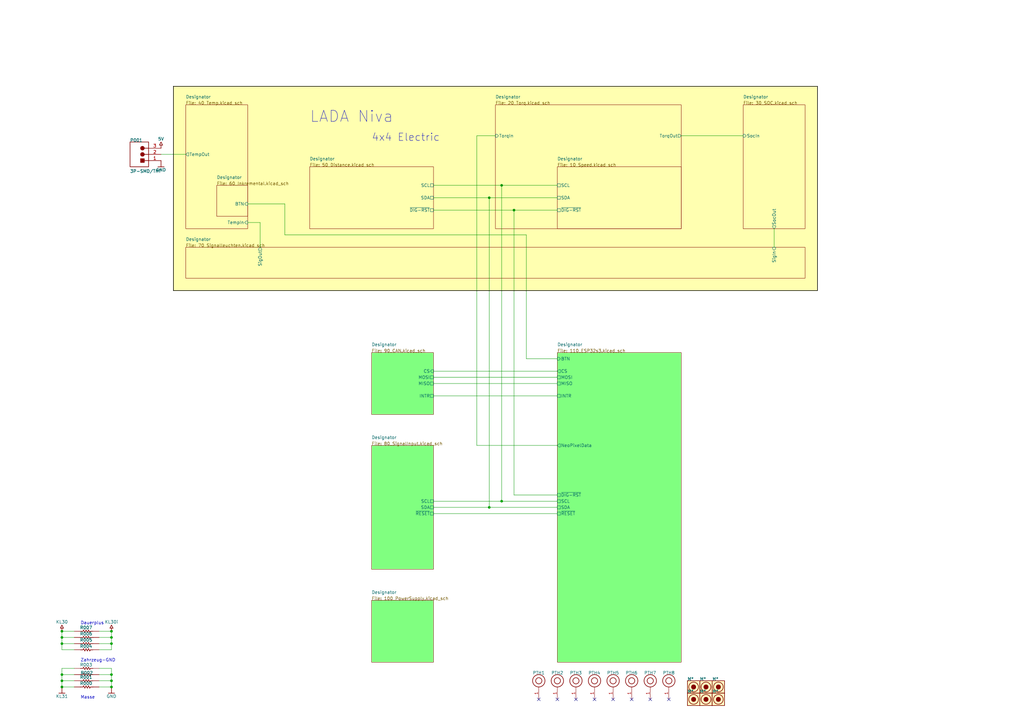
<source format=kicad_sch>
(kicad_sch (version 20231120) (generator "eeschema") (generator_version "8.0")
  (paper "A3")
  (lib_symbols
    (symbol "Speedometer_Tech-altium-import:5V_ARROW" (power)
      (property "Reference" "#PWR" (at 0 0 0))
      (property "Value" "5V" (at 0 3.81 0))
      (symbol "5V_ARROW_0_0"
        (polyline (pts (xy 0 0) (xy 0 -1.27)) (stroke (width 0.254)))
        (polyline (pts (xy -0.635 -1.27) (xy 0.635 -1.27) (xy 0 -2.54) (xy -0.635 -1.27)) (stroke (width 0.254)))
        (pin power_in line (at 0 0 0) (length 0) hide (name "5V") (number ""))
      )
    )
    (symbol "Speedometer_Tech-altium-import:GND_BAR" (power)
      (property "Reference" "#PWR" (at 0 0 0))
      (property "Value" "GND" (at 0 3.81 0))
      (symbol "GND_BAR_0_0"
        (polyline (pts (xy -1.27 -2.54) (xy 1.27 -2.54)) (stroke (width 0.254)))
        (polyline (pts (xy 0 0) (xy 0 -2.54)) (stroke (width 0.254)))
        (pin power_in line (at 0 0 0) (length 0) hide (name "GND") (number ""))
      )
    )
    (symbol "Speedometer_Tech-altium-import:KL30_ARROW" (power)
      (property "Reference" "#PWR" (at 0 0 0))
      (property "Value" "KL30" (at 0 3.81 0))
      (symbol "KL30_ARROW_0_0"
        (polyline (pts (xy 0 0) (xy 0 -1.27)) (stroke (width 0.254)))
        (polyline (pts (xy -0.635 -1.27) (xy 0.635 -1.27) (xy 0 -2.54) (xy -0.635 -1.27)) (stroke (width 0.254)))
        (pin power_in line (at 0 0 0) (length 0) hide (name "KL30") (number ""))
      )
    )
    (symbol "Speedometer_Tech-altium-import:KL30i_ARROW" (power)
      (property "Reference" "#PWR" (at 0 0 0))
      (property "Value" "KL30i" (at 0 3.81 0))
      (symbol "KL30i_ARROW_0_0"
        (polyline (pts (xy 0 0) (xy 0 -1.27)) (stroke (width 0.254)))
        (polyline (pts (xy -0.635 -1.27) (xy 0.635 -1.27) (xy 0 -2.54) (xy -0.635 -1.27)) (stroke (width 0.254)))
        (pin power_in line (at 0 0 0) (length 0) hide (name "KL30i") (number ""))
      )
    )
    (symbol "Speedometer_Tech-altium-import:KL31_BAR" (power)
      (property "Reference" "#PWR" (at 0 0 0))
      (property "Value" "KL31" (at 0 3.81 0))
      (symbol "KL31_BAR_0_0"
        (polyline (pts (xy -1.27 -2.54) (xy 1.27 -2.54)) (stroke (width 0.254)))
        (polyline (pts (xy 0 0) (xy 0 -2.54)) (stroke (width 0.254)))
        (pin power_in line (at 0 0 0) (length 0) hide (name "KL31") (number ""))
      )
    )
    (symbol "Speedometer_Tech-altium-import:root_0_PTH-M4D7X7-Symbol-1"
      (symbol "root_0_PTH-M4D7X7-Symbol-1_1_0"
        (circle (center 0 0) (radius 1.27) (stroke (width 0.254)))
        (circle (center 0 0) (radius 2.54) (stroke (width 0.254)))
        (pin passive line (at 0 -7.62 90) (length 5.08) (name "1") (number "1"))
      )
    )
    (symbol "Speedometer_Tech-altium-import:root_0_Passermarke-Symbol-1"
      (symbol "root_0_Passermarke-Symbol-1_1_0"
        (circle (center 0 0) (radius 1) (stroke (width -0.0001)) (fill (type outline)))
        (circle (center 0 0) (radius 2) (stroke (width 0.254)))
        (rectangle (start 2.54 2.54) (end -2.54 -2.54) (stroke (width 0.254) (color 128 0 0 1)) (fill (type background)))
      )
    )
    (symbol "Speedometer_Tech-altium-import:root_0_RES-2"
      (symbol "root_0_RES-2_1_0"
        (polyline (pts (xy 5.08 0) (xy 4.064 0) (xy 3.81 -0.508) (xy 3.302 0.508) (xy 2.794 -0.508) (xy 2.286 0.508) (xy 1.778 -0.508) (xy 1.27 0.508) (xy 1.016 0) (xy 0 0)) (stroke (width 0.254)))
        (pin passive line (at -2.54 0 0) (length 2.54) (name "1") (number "1"))
        (pin passive line (at 7.62 0 180) (length 2.54) (name "2") (number "2"))
      )
    )
    (symbol "Speedometer_Tech-altium-import:root_2_3P-SMD/THT"
      (symbol "root_2_3P-SMD/THT_1_0"
        (circle (center -7.62 2.54) (radius 0.762) (stroke (width 0.254)) (fill (type outline)))
        (circle (center -7.62 5.08) (radius 0.762) (stroke (width 0.254)) (fill (type outline)))
        (rectangle (start -6.858 0.762) (end -8.382 -0.762) (stroke (width 0.254)) (fill (type outline)))
        (rectangle (start -5.08 7.62) (end -12.7 -2.54) (stroke (width 0.254)))
        (polyline (pts (xy -5.08 0) (xy -6.858 0)) (stroke (width 0.254)))
        (polyline (pts (xy -5.08 2.54) (xy -6.858 2.54)) (stroke (width 0.254)))
        (polyline (pts (xy -5.08 5.08) (xy -6.858 5.08)) (stroke (width 0.254)))
        (pin passive line (at 0 0 180) (length 5.08) (name "1") (number "1"))
        (pin passive line (at 0 2.54 180) (length 5.08) (name "2") (number "2"))
        (pin passive line (at 0 5.08 180) (length 5.08) (name "3") (number "3"))
      )
    )
  )
  (junction (at 205.74 76.0222))
  (junction (at 25.4 258.9022))
  (junction (at 200.66 81.1022))
  (junction (at 210.82 86.1822))
  (junction (at 45.72 261.4422))
  (junction (at 45.72 276.6822))
  (junction (at 25.4 263.9822))
  (junction (at 45.72 279.2222))
  (junction (at 45.72 263.9822))
  (junction (at 25.4 276.6822))
  (junction (at 25.4 261.4422))
  (junction (at 45.72 258.9022))
  (junction (at 25.4 279.2222))
  (junction (at 205.74 205.5622))
  (junction (at 25.4 281.7622))
  (junction (at 200.66 208.1022))
  (junction (at 45.72 281.7622))
  (no_connect (at 220.98 286.8422))
  (no_connect (at 266.7 286.8422))
  (no_connect (at 251.46 286.8422))
  (no_connect (at 236.22 286.8422))
  (no_connect (at 274.32 286.8422))
  (no_connect (at 243.84 286.8422))
  (no_connect (at 259.08 286.8422))
  (no_connect (at 228.6 286.8422))
  (wire (pts (xy 177.8 205.5622) (xy 205.74 205.5622)))
  (wire (pts (xy 195.58 182.7022) (xy 195.58 55.7022)))
  (wire (pts (xy 228.6 182.7022) (xy 195.58 182.7022)))
  (wire (pts (xy 30.48 263.9822) (xy 25.4 263.9822)))
  (wire (pts (xy 177.8 154.7622) (xy 228.6 154.7622)))
  (wire (pts (xy 205.74 205.5622) (xy 228.6 205.5622)))
  (wire (pts (xy 45.72 274.1422) (xy 45.72 276.6822)))
  (wire (pts (xy 25.4 281.7622) (xy 30.48 281.7622)))
  (wire (pts (xy 116.84 83.6422) (xy 116.84 96.3422)))
  (wire (pts (xy 25.4 266.5222) (xy 25.4 263.9822)))
  (wire (pts (xy 195.58 55.7022) (xy 203.2 55.7022)))
  (wire (pts (xy 177.8 86.1822) (xy 210.82 86.1822)))
  (wire (pts (xy 30.48 279.2222) (xy 25.4 279.2222)))
  (wire (pts (xy 215.9 96.3422) (xy 215.9 147.1422)))
  (wire (pts (xy 101.6 83.6422) (xy 116.84 83.6422)))
  (wire (pts (xy 200.66 208.1022) (xy 228.6 208.1022)))
  (wire (pts (xy 45.72 279.2222) (xy 45.72 281.7622)))
  (wire (pts (xy 200.66 81.1022) (xy 228.6 81.1022)))
  (wire (pts (xy 177.8 152.2222) (xy 228.6 152.2222)))
  (wire (pts (xy 101.6 91.2622) (xy 106.68 91.2622)))
  (wire (pts (xy 40.64 274.1422) (xy 45.72 274.1422)))
  (wire (pts (xy 210.82 203.0222) (xy 210.82 86.1822)))
  (wire (pts (xy 228.6 203.0222) (xy 210.82 203.0222)))
  (wire (pts (xy 106.68 91.2622) (xy 106.68 101.4222)))
  (wire (pts (xy 40.64 276.6822) (xy 45.72 276.6822)))
  (wire (pts (xy 45.72 276.6822) (xy 45.72 279.2222)))
  (wire (pts (xy 279.4 55.7022) (xy 304.8 55.7022)))
  (wire (pts (xy 76.2 63.3222) (xy 66.04 63.3222)))
  (wire (pts (xy 200.66 81.1022) (xy 200.66 208.1022)))
  (wire (pts (xy 30.48 274.1422) (xy 25.4 274.1422)))
  (wire (pts (xy 45.72 263.9822) (xy 45.72 261.4422)))
  (wire (pts (xy 40.64 266.5222) (xy 45.72 266.5222)))
  (wire (pts (xy 25.4 279.2222) (xy 25.4 281.7622)))
  (wire (pts (xy 177.8 208.1022) (xy 200.66 208.1022)))
  (wire (pts (xy 30.48 266.5222) (xy 25.4 266.5222)))
  (wire (pts (xy 215.9 147.1422) (xy 228.6 147.1422)))
  (wire (pts (xy 317.5 93.8022) (xy 317.5 101.4222)))
  (wire (pts (xy 40.64 281.7622) (xy 45.72 281.7622)))
  (wire (pts (xy 25.4 274.1422) (xy 25.4 276.6822)))
  (wire (pts (xy 116.84 96.3422) (xy 215.9 96.3422)))
  (wire (pts (xy 40.64 258.9022) (xy 45.72 258.9022)))
  (wire (pts (xy 25.4 261.4422) (xy 25.4 258.9022)))
  (wire (pts (xy 40.64 279.2222) (xy 45.72 279.2222)))
  (wire (pts (xy 177.8 81.1022) (xy 200.66 81.1022)))
  (wire (pts (xy 25.4 258.9022) (xy 30.48 258.9022)))
  (wire (pts (xy 228.6 157.3022) (xy 177.8 157.3022)))
  (wire (pts (xy 40.64 261.4422) (xy 45.72 261.4422)))
  (wire (pts (xy 30.48 261.4422) (xy 25.4 261.4422)))
  (wire (pts (xy 25.4 263.9822) (xy 25.4 261.4422)))
  (wire (pts (xy 30.48 276.6822) (xy 25.4 276.6822)))
  (wire (pts (xy 25.4 276.6822) (xy 25.4 279.2222)))
  (wire (pts (xy 210.82 86.1822) (xy 228.6 86.1822)))
  (wire (pts (xy 205.74 76.0222) (xy 228.6 76.0222)))
  (wire (pts (xy 177.8 162.3822) (xy 228.6 162.3822)))
  (wire (pts (xy 205.74 205.5622) (xy 205.74 76.0222)))
  (wire (pts (xy 45.72 266.5222) (xy 45.72 263.9822)))
  (wire (pts (xy 228.6 210.6422) (xy 177.8 210.6422)))
  (wire (pts (xy 40.64 263.9822) (xy 45.72 263.9822)))
  (wire (pts (xy 45.72 261.4422) (xy 45.72 258.9022)))
  (wire (pts (xy 177.8 76.0222) (xy 205.74 76.0222)))
  (rectangle (start 335.28 35.3822) (end 71.12 119.2022) (stroke (width 0.254) (color 0 0 0 1)) (fill (type color) (color 255 255 176 1)))
  (text "LADA Niva" (at 127 50.6222 0) (effects (font (size 4.572 4.572)) (justify left bottom)))
  (text "Masse" (at 33.02 286.8422 0) (effects (font (size 1.27 1.27)) (justify left bottom)))
  (text "4x4 Electric" (at 152.4 58.2422 0) (effects (font (size 3.048 3.048)) (justify left bottom)))
  (text "Dauerplus" (at 33.02 256.3622 0) (effects (font (size 1.27 1.27)) (justify left bottom)))
  (text "Zahrzeug-GND" (at 33.02 271.6022 0) (effects (font (size 1.27 1.27)) (justify left bottom)))
  (symbol (lib_id "Speedometer_Tech-altium-import:root_0_PTH-M4D7X7-Symbol-1") (at 259.08 279.2222 0) (unit 1)
    (property "Reference" "PTH6" (at 256.54 276.6822 0) (effects (justify left bottom)))
    (property "Value" "PTH-M4D7X7" (effects (hide yes)))
    (property "Footprint" "PTH-M4D7X7-Footprint-1" (effects (hide yes)))
    (property "Description" "Mounting hole M4" (effects (hide yes)))
  )
  (symbol (lib_id "Speedometer_Tech-altium-import:root_2_3P-SMD/THT") (at 66.04 65.8622 0) (unit 1)
    (property "Reference" "P001" (at 53.34 58.2422 0) (effects (justify left bottom)))
    (property "Value" "3P-SMD/THT" (at 53.34 70.9422 0) (effects (justify left bottom)))
    (property "Footprint" "3P-SMD/THT" (effects (hide yes)))
  )
  (symbol (lib_id "Speedometer_Tech-altium-import:root_0_PTH-M4D7X7-Symbol-1") (at 220.98 279.2222 0) (unit 1)
    (property "Reference" "PTH1" (at 218.44 276.6822 0) (effects (justify left bottom)))
    (property "Value" "PTH-M4D7X7" (effects (hide yes)))
    (property "Footprint" "PTH-M4D7X7-Footprint-1" (effects (hide yes)))
    (property "Description" "Mounting hole M4" (effects (hide yes)))
  )
  (symbol (lib_id "Speedometer_Tech-altium-import:root_0_Passermarke-Symbol-1") (at 284.48 286.8422 0) (unit 1)
    (property "Reference" "M*" (at 281.94 284.3022 0) (effects (justify left bottom)))
    (property "Value" "Passermarke" (effects (hide yes)))
    (property "Footprint" "Passermarke-Footprint-1" (effects (hide yes)))
  )
  (symbol (lib_id "Speedometer_Tech-altium-import:KL30_ARROW") (at 25.4 258.9022 180) (unit 1)
    (property "Reference" "#PWR?" (effects (hide yes)))
    (property "Value" "KL30" (at 25.4 255.0922 0))
  )
  (symbol (lib_id "Speedometer_Tech-altium-import:GND_BAR") (at 66.04 65.8622 0) (unit 1)
    (property "Reference" "#PWR?" (effects (hide yes)))
    (property "Value" "GND" (at 66.04 69.6722 0))
  )
  (symbol (lib_id "Speedometer_Tech-altium-import:root_0_RES-2") (at 33.02 281.7622 0) (unit 1)
    (property "Reference" "R000" (at 32.766 281.0002 0) (effects (justify left bottom)))
    (property "Value" "RC0603JR-070RL" (effects (hide yes)))
    (property "Footprint" "RESC1608X55X25ML10T15" (effects (hide yes)))
    (property "Description" "Chip Resistor, 0 Ohm, +/- 5%, 0.1 W, -55 to 155 degC, 0603 (1608 Metric), RoHS, Tape and Reel" (effects (hide yes)))
    (property "TEMPERATURE COEFFICIENT" "200ppm/degreesC" (effects (hide yes)))
    (property "WIDTH" "0.8mm" (effects (hide yes)))
    (property "MAX OPERATING TEMPERATURE" "155degC" (effects (hide yes)))
    (property "TOLERANCE" "5%" (effects (hide yes)))
    (property "PACKAGE REFERENCE" "0603" (effects (hide yes)))
    (property "HEIGHT" "0.45mm" (effects (hide yes)))
    (property "DEPTH" "0.8mm" (effects (hide yes)))
    (property "PACKAGE DESCRIPTION" "2-Pin Surface Mount Device, Body 1.6 x 0.8 mm" (effects (hide yes)))
    (property "VOLTAGE RATING" "50V" (effects (hide yes)))
    (property "TERMINATION" "SMD/SMT" (effects (hide yes)))
    (property "PACKAGE QUANTITY" "5000" (effects (hide yes)))
    (property "CASE/PACKAGE" "0603" (effects (hide yes)))
    (property "CASE CODE (IMPERIAL)" "0603" (effects (hide yes)))
    (property "RADIATION HARDENING" "No" (effects (hide yes)))
    (property "NUMBER OF PINS" "2" (effects (hide yes)))
    (property "LENGTH" "1.6mm" (effects (hide yes)))
    (property "LEAD FREE" "LeadFree" (effects (hide yes)))
    (property "VOLTAGE RATING (DC)" "50V" (effects (hide yes)))
    (property "MILITARY STANDARD" "Not" (effects (hide yes)))
    (property "POWER RATING" "100mW" (effects (hide yes)))
    (property "DATASHEET URL" "http://www.yageo.com/NewPortal/yageodocoutput?fileName=/pdf/R-Chip/PYu-RC_Group_51_RoHS_L_5.pdf" (effects (hide yes)))
    (property "RESISTANCE" "0mOhm" (effects (hide yes)))
    (property "MANUFACTURER URL" "http://www.yageo.com/" (effects (hide yes)))
    (property "PACKAGING" "TapeandReel" (effects (hide yes)))
    (property "CASE CODE (METRIC)" "1608" (effects (hide yes)))
    (property "MIN OPERATING TEMPERATURE" "-55degC" (effects (hide yes)))
    (property "COMPOSITION" "ThickFilm" (effects (hide yes)))
    (property "MANUFACTURER" "Yageo" (effects (hide yes)))
    (property "ROHSCOMPLIANT" "true" (effects (hide yes)))
    (property "CONTACT PLATING" "Tin" (effects (hide yes)))
    (property "DATASHEET VERSION" "Rev. 5, 10/2016" (effects (hide yes)))
    (property "REACH SVHC" "NoSVHC" (effects (hide yes)))
  )
  (symbol (lib_id "Speedometer_Tech-altium-import:KL31_BAR") (at 25.4 281.7622 0) (unit 1)
    (property "Reference" "#PWR?" (effects (hide yes)))
    (property "Value" "KL31" (at 25.4 285.5722 0))
  )
  (symbol (lib_id "Speedometer_Tech-altium-import:root_0_RES-2") (at 33.02 266.5222 0) (unit 1)
    (property "Reference" "R004" (at 32.766 265.7602 0) (effects (justify left bottom)))
    (property "Value" "RC0603JR-070RL" (effects (hide yes)))
    (property "Footprint" "RESC1608X55X25ML10T15" (effects (hide yes)))
    (property "Description" "Chip Resistor, 0 Ohm, +/- 5%, 0.1 W, -55 to 155 degC, 0603 (1608 Metric), RoHS, Tape and Reel" (effects (hide yes)))
    (property "TEMPERATURE COEFFICIENT" "200ppm/degreesC" (effects (hide yes)))
    (property "WIDTH" "0.8mm" (effects (hide yes)))
    (property "MAX OPERATING TEMPERATURE" "155degC" (effects (hide yes)))
    (property "TOLERANCE" "5%" (effects (hide yes)))
    (property "PACKAGE REFERENCE" "0603" (effects (hide yes)))
    (property "HEIGHT" "0.45mm" (effects (hide yes)))
    (property "DEPTH" "0.8mm" (effects (hide yes)))
    (property "PACKAGE DESCRIPTION" "2-Pin Surface Mount Device, Body 1.6 x 0.8 mm" (effects (hide yes)))
    (property "VOLTAGE RATING" "50V" (effects (hide yes)))
    (property "TERMINATION" "SMD/SMT" (effects (hide yes)))
    (property "PACKAGE QUANTITY" "5000" (effects (hide yes)))
    (property "CASE/PACKAGE" "0603" (effects (hide yes)))
    (property "CASE CODE (IMPERIAL)" "0603" (effects (hide yes)))
    (property "RADIATION HARDENING" "No" (effects (hide yes)))
    (property "NUMBER OF PINS" "2" (effects (hide yes)))
    (property "LENGTH" "1.6mm" (effects (hide yes)))
    (property "LEAD FREE" "LeadFree" (effects (hide yes)))
    (property "VOLTAGE RATING (DC)" "50V" (effects (hide yes)))
    (property "MILITARY STANDARD" "Not" (effects (hide yes)))
    (property "POWER RATING" "100mW" (effects (hide yes)))
    (property "DATASHEET URL" "http://www.yageo.com/NewPortal/yageodocoutput?fileName=/pdf/R-Chip/PYu-RC_Group_51_RoHS_L_5.pdf" (effects (hide yes)))
    (property "RESISTANCE" "0mOhm" (effects (hide yes)))
    (property "MANUFACTURER URL" "http://www.yageo.com/" (effects (hide yes)))
    (property "PACKAGING" "TapeandReel" (effects (hide yes)))
    (property "CASE CODE (METRIC)" "1608" (effects (hide yes)))
    (property "MIN OPERATING TEMPERATURE" "-55degC" (effects (hide yes)))
    (property "COMPOSITION" "ThickFilm" (effects (hide yes)))
    (property "MANUFACTURER" "Yageo" (effects (hide yes)))
    (property "ROHSCOMPLIANT" "true" (effects (hide yes)))
    (property "CONTACT PLATING" "Tin" (effects (hide yes)))
    (property "DATASHEET VERSION" "Rev. 5, 10/2016" (effects (hide yes)))
    (property "REACH SVHC" "NoSVHC" (effects (hide yes)))
  )
  (symbol (lib_id "Speedometer_Tech-altium-import:root_0_PTH-M4D7X7-Symbol-1") (at 243.84 279.2222 0) (unit 1)
    (property "Reference" "PTH4" (at 241.3 276.6822 0) (effects (justify left bottom)))
    (property "Value" "PTH-M4D7X7" (effects (hide yes)))
    (property "Footprint" "PTH-M4D7X7-Footprint-1" (effects (hide yes)))
    (property "Description" "Mounting hole M4" (effects (hide yes)))
  )
  (symbol (lib_id "Speedometer_Tech-altium-import:root_0_PTH-M4D7X7-Symbol-1") (at 251.46 279.2222 0) (unit 1)
    (property "Reference" "PTH5" (at 248.92 276.6822 0) (effects (justify left bottom)))
    (property "Value" "PTH-M4D7X7" (effects (hide yes)))
    (property "Footprint" "PTH-M4D7X7-Footprint-1" (effects (hide yes)))
    (property "Description" "Mounting hole M4" (effects (hide yes)))
  )
  (symbol (lib_id "Speedometer_Tech-altium-import:root_0_PTH-M4D7X7-Symbol-1") (at 274.32 279.2222 0) (unit 1)
    (property "Reference" "PTH8" (at 271.78 276.6822 0) (effects (justify left bottom)))
    (property "Value" "PTH-M4D7X7" (effects (hide yes)))
    (property "Footprint" "PTH-M4D7X7-Footprint-1" (effects (hide yes)))
    (property "Description" "Mounting hole M4" (effects (hide yes)))
  )
  (symbol (lib_id "Speedometer_Tech-altium-import:GND_BAR") (at 45.72 281.7622 0) (unit 1)
    (property "Reference" "#PWR?" (effects (hide yes)))
    (property "Value" "GND" (at 45.72 285.5722 0))
  )
  (symbol (lib_id "Speedometer_Tech-altium-import:root_0_RES-2") (at 33.02 279.2222 0) (unit 1)
    (property "Reference" "R001" (at 32.766 278.4602 0) (effects (justify left bottom)))
    (property "Value" "RC0603JR-070RL" (effects (hide yes)))
    (property "Footprint" "RESC1608X55X25ML10T15" (effects (hide yes)))
    (property "Description" "Chip Resistor, 0 Ohm, +/- 5%, 0.1 W, -55 to 155 degC, 0603 (1608 Metric), RoHS, Tape and Reel" (effects (hide yes)))
    (property "TEMPERATURE COEFFICIENT" "200ppm/degreesC" (effects (hide yes)))
    (property "WIDTH" "0.8mm" (effects (hide yes)))
    (property "MAX OPERATING TEMPERATURE" "155degC" (effects (hide yes)))
    (property "TOLERANCE" "5%" (effects (hide yes)))
    (property "PACKAGE REFERENCE" "0603" (effects (hide yes)))
    (property "HEIGHT" "0.45mm" (effects (hide yes)))
    (property "DEPTH" "0.8mm" (effects (hide yes)))
    (property "PACKAGE DESCRIPTION" "2-Pin Surface Mount Device, Body 1.6 x 0.8 mm" (effects (hide yes)))
    (property "VOLTAGE RATING" "50V" (effects (hide yes)))
    (property "TERMINATION" "SMD/SMT" (effects (hide yes)))
    (property "PACKAGE QUANTITY" "5000" (effects (hide yes)))
    (property "CASE/PACKAGE" "0603" (effects (hide yes)))
    (property "CASE CODE (IMPERIAL)" "0603" (effects (hide yes)))
    (property "RADIATION HARDENING" "No" (effects (hide yes)))
    (property "NUMBER OF PINS" "2" (effects (hide yes)))
    (property "LENGTH" "1.6mm" (effects (hide yes)))
    (property "LEAD FREE" "LeadFree" (effects (hide yes)))
    (property "VOLTAGE RATING (DC)" "50V" (effects (hide yes)))
    (property "MILITARY STANDARD" "Not" (effects (hide yes)))
    (property "POWER RATING" "100mW" (effects (hide yes)))
    (property "DATASHEET URL" "http://www.yageo.com/NewPortal/yageodocoutput?fileName=/pdf/R-Chip/PYu-RC_Group_51_RoHS_L_5.pdf" (effects (hide yes)))
    (property "RESISTANCE" "0mOhm" (effects (hide yes)))
    (property "MANUFACTURER URL" "http://www.yageo.com/" (effects (hide yes)))
    (property "PACKAGING" "TapeandReel" (effects (hide yes)))
    (property "CASE CODE (METRIC)" "1608" (effects (hide yes)))
    (property "MIN OPERATING TEMPERATURE" "-55degC" (effects (hide yes)))
    (property "COMPOSITION" "ThickFilm" (effects (hide yes)))
    (property "MANUFACTURER" "Yageo" (effects (hide yes)))
    (property "ROHSCOMPLIANT" "true" (effects (hide yes)))
    (property "CONTACT PLATING" "Tin" (effects (hide yes)))
    (property "DATASHEET VERSION" "Rev. 5, 10/2016" (effects (hide yes)))
    (property "REACH SVHC" "NoSVHC" (effects (hide yes)))
  )
  (symbol (lib_id "Speedometer_Tech-altium-import:root_0_PTH-M4D7X7-Symbol-1") (at 228.6 279.2222 0) (unit 1)
    (property "Reference" "PTH2" (at 226.06 276.6822 0) (effects (justify left bottom)))
    (property "Value" "PTH-M4D7X7" (effects (hide yes)))
    (property "Footprint" "PTH-M4D7X7-Footprint-1" (effects (hide yes)))
    (property "Description" "Mounting hole M4" (effects (hide yes)))
  )
  (symbol (lib_id "Speedometer_Tech-altium-import:root_0_Passermarke-Symbol-1") (at 289.56 286.8422 0) (unit 1)
    (property "Reference" "M*" (at 287.02 284.3022 0) (effects (justify left bottom)))
    (property "Value" "Passermarke" (effects (hide yes)))
    (property "Footprint" "Passermarke-Footprint-1" (effects (hide yes)))
  )
  (symbol (lib_id "Speedometer_Tech-altium-import:root_0_PTH-M4D7X7-Symbol-1") (at 266.7 279.2222 0) (unit 1)
    (property "Reference" "PTH7" (at 264.16 276.6822 0) (effects (justify left bottom)))
    (property "Value" "PTH-M4D7X7" (effects (hide yes)))
    (property "Footprint" "PTH-M4D7X7-Footprint-1" (effects (hide yes)))
    (property "Description" "Mounting hole M4" (effects (hide yes)))
  )
  (symbol (lib_id "Speedometer_Tech-altium-import:root_0_RES-2") (at 33.02 261.4422 0) (unit 1)
    (property "Reference" "R006" (at 32.766 260.6802 0) (effects (justify left bottom)))
    (property "Value" "RC0603JR-070RL" (effects (hide yes)))
    (property "Footprint" "RESC1608X55X25ML10T15" (effects (hide yes)))
    (property "Description" "Chip Resistor, 0 Ohm, +/- 5%, 0.1 W, -55 to 155 degC, 0603 (1608 Metric), RoHS, Tape and Reel" (effects (hide yes)))
    (property "TEMPERATURE COEFFICIENT" "200ppm/degreesC" (effects (hide yes)))
    (property "WIDTH" "0.8mm" (effects (hide yes)))
    (property "MAX OPERATING TEMPERATURE" "155degC" (effects (hide yes)))
    (property "TOLERANCE" "5%" (effects (hide yes)))
    (property "PACKAGE REFERENCE" "0603" (effects (hide yes)))
    (property "HEIGHT" "0.45mm" (effects (hide yes)))
    (property "DEPTH" "0.8mm" (effects (hide yes)))
    (property "PACKAGE DESCRIPTION" "2-Pin Surface Mount Device, Body 1.6 x 0.8 mm" (effects (hide yes)))
    (property "VOLTAGE RATING" "50V" (effects (hide yes)))
    (property "TERMINATION" "SMD/SMT" (effects (hide yes)))
    (property "PACKAGE QUANTITY" "5000" (effects (hide yes)))
    (property "CASE/PACKAGE" "0603" (effects (hide yes)))
    (property "CASE CODE (IMPERIAL)" "0603" (effects (hide yes)))
    (property "RADIATION HARDENING" "No" (effects (hide yes)))
    (property "NUMBER OF PINS" "2" (effects (hide yes)))
    (property "LENGTH" "1.6mm" (effects (hide yes)))
    (property "LEAD FREE" "LeadFree" (effects (hide yes)))
    (property "VOLTAGE RATING (DC)" "50V" (effects (hide yes)))
    (property "MILITARY STANDARD" "Not" (effects (hide yes)))
    (property "POWER RATING" "100mW" (effects (hide yes)))
    (property "DATASHEET URL" "http://www.yageo.com/NewPortal/yageodocoutput?fileName=/pdf/R-Chip/PYu-RC_Group_51_RoHS_L_5.pdf" (effects (hide yes)))
    (property "RESISTANCE" "0mOhm" (effects (hide yes)))
    (property "MANUFACTURER URL" "http://www.yageo.com/" (effects (hide yes)))
    (property "PACKAGING" "TapeandReel" (effects (hide yes)))
    (property "CASE CODE (METRIC)" "1608" (effects (hide yes)))
    (property "MIN OPERATING TEMPERATURE" "-55degC" (effects (hide yes)))
    (property "COMPOSITION" "ThickFilm" (effects (hide yes)))
    (property "MANUFACTURER" "Yageo" (effects (hide yes)))
    (property "ROHSCOMPLIANT" "true" (effects (hide yes)))
    (property "CONTACT PLATING" "Tin" (effects (hide yes)))
    (property "DATASHEET VERSION" "Rev. 5, 10/2016" (effects (hide yes)))
    (property "REACH SVHC" "NoSVHC" (effects (hide yes)))
  )
  (symbol (lib_id "Speedometer_Tech-altium-import:root_0_Passermarke-Symbol-1") (at 294.64 281.7622 0) (unit 1)
    (property "Reference" "M*" (at 292.1 279.2222 0) (effects (justify left bottom)))
    (property "Value" "Passermarke" (effects (hide yes)))
    (property "Footprint" "Passermarke-Footprint-1" (effects (hide yes)))
  )
  (symbol (lib_id "Speedometer_Tech-altium-import:root_0_PTH-M4D7X7-Symbol-1") (at 236.22 279.2222 0) (unit 1)
    (property "Reference" "PTH3" (at 233.68 276.6822 0) (effects (justify left bottom)))
    (property "Value" "PTH-M4D7X7" (effects (hide yes)))
    (property "Footprint" "PTH-M4D7X7-Footprint-1" (effects (hide yes)))
    (property "Description" "Mounting hole M4" (effects (hide yes)))
  )
  (symbol (lib_id "Speedometer_Tech-altium-import:root_0_RES-2") (at 33.02 263.9822 0) (unit 1)
    (property "Reference" "R005" (at 32.766 263.2202 0) (effects (justify left bottom)))
    (property "Value" "RC0603JR-070RL" (effects (hide yes)))
    (property "Footprint" "RESC1608X55X25ML10T15" (effects (hide yes)))
    (property "Description" "Chip Resistor, 0 Ohm, +/- 5%, 0.1 W, -55 to 155 degC, 0603 (1608 Metric), RoHS, Tape and Reel" (effects (hide yes)))
    (property "TEMPERATURE COEFFICIENT" "200ppm/degreesC" (effects (hide yes)))
    (property "WIDTH" "0.8mm" (effects (hide yes)))
    (property "MAX OPERATING TEMPERATURE" "155degC" (effects (hide yes)))
    (property "TOLERANCE" "5%" (effects (hide yes)))
    (property "PACKAGE REFERENCE" "0603" (effects (hide yes)))
    (property "HEIGHT" "0.45mm" (effects (hide yes)))
    (property "DEPTH" "0.8mm" (effects (hide yes)))
    (property "PACKAGE DESCRIPTION" "2-Pin Surface Mount Device, Body 1.6 x 0.8 mm" (effects (hide yes)))
    (property "VOLTAGE RATING" "50V" (effects (hide yes)))
    (property "TERMINATION" "SMD/SMT" (effects (hide yes)))
    (property "PACKAGE QUANTITY" "5000" (effects (hide yes)))
    (property "CASE/PACKAGE" "0603" (effects (hide yes)))
    (property "CASE CODE (IMPERIAL)" "0603" (effects (hide yes)))
    (property "RADIATION HARDENING" "No" (effects (hide yes)))
    (property "NUMBER OF PINS" "2" (effects (hide yes)))
    (property "LENGTH" "1.6mm" (effects (hide yes)))
    (property "LEAD FREE" "LeadFree" (effects (hide yes)))
    (property "VOLTAGE RATING (DC)" "50V" (effects (hide yes)))
    (property "MILITARY STANDARD" "Not" (effects (hide yes)))
    (property "POWER RATING" "100mW" (effects (hide yes)))
    (property "DATASHEET URL" "http://www.yageo.com/NewPortal/yageodocoutput?fileName=/pdf/R-Chip/PYu-RC_Group_51_RoHS_L_5.pdf" (effects (hide yes)))
    (property "RESISTANCE" "0mOhm" (effects (hide yes)))
    (property "MANUFACTURER URL" "http://www.yageo.com/" (effects (hide yes)))
    (property "PACKAGING" "TapeandReel" (effects (hide yes)))
    (property "CASE CODE (METRIC)" "1608" (effects (hide yes)))
    (property "MIN OPERATING TEMPERATURE" "-55degC" (effects (hide yes)))
    (property "COMPOSITION" "ThickFilm" (effects (hide yes)))
    (property "MANUFACTURER" "Yageo" (effects (hide yes)))
    (property "ROHSCOMPLIANT" "true" (effects (hide yes)))
    (property "CONTACT PLATING" "Tin" (effects (hide yes)))
    (property "DATASHEET VERSION" "Rev. 5, 10/2016" (effects (hide yes)))
    (property "REACH SVHC" "NoSVHC" (effects (hide yes)))
  )
  (symbol (lib_id "Speedometer_Tech-altium-import:root_0_RES-2") (at 33.02 276.6822 0) (unit 1)
    (property "Reference" "R002" (at 33.02 276.6822 0) (effects (justify left bottom)))
    (property "Value" "RC0603JR-070RL" (effects (hide yes)))
    (property "Footprint" "RESC1608X55X25ML10T15" (effects (hide yes)))
    (property "Description" "Chip Resistor, 0 Ohm, +/- 5%, 0.1 W, -55 to 155 degC, 0603 (1608 Metric), RoHS, Tape and Reel" (effects (hide yes)))
    (property "TEMPERATURE COEFFICIENT" "200ppm/degreesC" (effects (hide yes)))
    (property "WIDTH" "0.8mm" (effects (hide yes)))
    (property "MAX OPERATING TEMPERATURE" "155degC" (effects (hide yes)))
    (property "TOLERANCE" "5%" (effects (hide yes)))
    (property "PACKAGE REFERENCE" "0603" (effects (hide yes)))
    (property "HEIGHT" "0.45mm" (effects (hide yes)))
    (property "DEPTH" "0.8mm" (effects (hide yes)))
    (property "PACKAGE DESCRIPTION" "2-Pin Surface Mount Device, Body 1.6 x 0.8 mm" (effects (hide yes)))
    (property "VOLTAGE RATING" "50V" (effects (hide yes)))
    (property "TERMINATION" "SMD/SMT" (effects (hide yes)))
    (property "PACKAGE QUANTITY" "5000" (effects (hide yes)))
    (property "CASE/PACKAGE" "0603" (effects (hide yes)))
    (property "CASE CODE (IMPERIAL)" "0603" (effects (hide yes)))
    (property "RADIATION HARDENING" "No" (effects (hide yes)))
    (property "NUMBER OF PINS" "2" (effects (hide yes)))
    (property "LENGTH" "1.6mm" (effects (hide yes)))
    (property "LEAD FREE" "LeadFree" (effects (hide yes)))
    (property "VOLTAGE RATING (DC)" "50V" (effects (hide yes)))
    (property "MILITARY STANDARD" "Not" (effects (hide yes)))
    (property "POWER RATING" "100mW" (effects (hide yes)))
    (property "DATASHEET URL" "http://www.yageo.com/NewPortal/yageodocoutput?fileName=/pdf/R-Chip/PYu-RC_Group_51_RoHS_L_5.pdf" (effects (hide yes)))
    (property "RESISTANCE" "0mOhm" (effects (hide yes)))
    (property "MANUFACTURER URL" "http://www.yageo.com/" (effects (hide yes)))
    (property "PACKAGING" "TapeandReel" (effects (hide yes)))
    (property "CASE CODE (METRIC)" "1608" (effects (hide yes)))
    (property "MIN OPERATING TEMPERATURE" "-55degC" (effects (hide yes)))
    (property "COMPOSITION" "ThickFilm" (effects (hide yes)))
    (property "MANUFACTURER" "Yageo" (effects (hide yes)))
    (property "ROHSCOMPLIANT" "true" (effects (hide yes)))
    (property "CONTACT PLATING" "Tin" (effects (hide yes)))
    (property "DATASHEET VERSION" "Rev. 5, 10/2016" (effects (hide yes)))
    (property "REACH SVHC" "NoSVHC" (effects (hide yes)))
  )
  (symbol (lib_id "Speedometer_Tech-altium-import:root_0_Passermarke-Symbol-1") (at 289.56 281.7622 0) (unit 1)
    (property "Reference" "M*" (at 287.02 279.2222 0) (effects (justify left bottom)))
    (property "Value" "Passermarke" (effects (hide yes)))
    (property "Footprint" "Passermarke-Footprint-1" (effects (hide yes)))
  )
  (symbol (lib_id "Speedometer_Tech-altium-import:root_0_RES-2") (at 33.02 274.1422 0) (unit 1)
    (property "Reference" "R003" (at 32.766 273.3802 0) (effects (justify left bottom)))
    (property "Value" "RC0603JR-070RL" (effects (hide yes)))
    (property "Footprint" "RESC1608X55X25ML10T15" (effects (hide yes)))
    (property "Description" "Chip Resistor, 0 Ohm, +/- 5%, 0.1 W, -55 to 155 degC, 0603 (1608 Metric), RoHS, Tape and Reel" (effects (hide yes)))
    (property "TEMPERATURE COEFFICIENT" "200ppm/degreesC" (effects (hide yes)))
    (property "WIDTH" "0.8mm" (effects (hide yes)))
    (property "MAX OPERATING TEMPERATURE" "155degC" (effects (hide yes)))
    (property "TOLERANCE" "5%" (effects (hide yes)))
    (property "PACKAGE REFERENCE" "0603" (effects (hide yes)))
    (property "HEIGHT" "0.45mm" (effects (hide yes)))
    (property "DEPTH" "0.8mm" (effects (hide yes)))
    (property "PACKAGE DESCRIPTION" "2-Pin Surface Mount Device, Body 1.6 x 0.8 mm" (effects (hide yes)))
    (property "VOLTAGE RATING" "50V" (effects (hide yes)))
    (property "TERMINATION" "SMD/SMT" (effects (hide yes)))
    (property "PACKAGE QUANTITY" "5000" (effects (hide yes)))
    (property "CASE/PACKAGE" "0603" (effects (hide yes)))
    (property "CASE CODE (IMPERIAL)" "0603" (effects (hide yes)))
    (property "RADIATION HARDENING" "No" (effects (hide yes)))
    (property "NUMBER OF PINS" "2" (effects (hide yes)))
    (property "LENGTH" "1.6mm" (effects (hide yes)))
    (property "LEAD FREE" "LeadFree" (effects (hide yes)))
    (property "VOLTAGE RATING (DC)" "50V" (effects (hide yes)))
    (property "MILITARY STANDARD" "Not" (effects (hide yes)))
    (property "POWER RATING" "100mW" (effects (hide yes)))
    (property "DATASHEET URL" "http://www.yageo.com/NewPortal/yageodocoutput?fileName=/pdf/R-Chip/PYu-RC_Group_51_RoHS_L_5.pdf" (effects (hide yes)))
    (property "RESISTANCE" "0mOhm" (effects (hide yes)))
    (property "MANUFACTURER URL" "http://www.yageo.com/" (effects (hide yes)))
    (property "PACKAGING" "TapeandReel" (effects (hide yes)))
    (property "CASE CODE (METRIC)" "1608" (effects (hide yes)))
    (property "MIN OPERATING TEMPERATURE" "-55degC" (effects (hide yes)))
    (property "COMPOSITION" "ThickFilm" (effects (hide yes)))
    (property "MANUFACTURER" "Yageo" (effects (hide yes)))
    (property "ROHSCOMPLIANT" "true" (effects (hide yes)))
    (property "CONTACT PLATING" "Tin" (effects (hide yes)))
    (property "DATASHEET VERSION" "Rev. 5, 10/2016" (effects (hide yes)))
    (property "REACH SVHC" "NoSVHC" (effects (hide yes)))
  )
  (symbol (lib_id "Speedometer_Tech-altium-import:root_0_Passermarke-Symbol-1") (at 284.48 281.7622 0) (unit 1)
    (property "Reference" "M*" (at 281.94 279.2222 0) (effects (justify left bottom)))
    (property "Value" "Passermarke" (effects (hide yes)))
    (property "Footprint" "Passermarke-Footprint-1" (effects (hide yes)))
  )
  (symbol (lib_id "Speedometer_Tech-altium-import:root_0_Passermarke-Symbol-1") (at 294.64 286.8422 0) (unit 1)
    (property "Reference" "M*" (at 292.1 284.3022 0) (effects (justify left bottom)))
    (property "Value" "Passermarke" (effects (hide yes)))
    (property "Footprint" "Passermarke-Footprint-1" (effects (hide yes)))
  )
  (symbol (lib_id "Speedometer_Tech-altium-import:root_0_RES-2") (at 33.02 258.9022 0) (unit 1)
    (property "Reference" "R007" (at 32.766 258.1402 0) (effects (justify left bottom)))
    (property "Value" "RC0603JR-070RL" (effects (hide yes)))
    (property "Footprint" "RESC1608X55X25ML10T15" (effects (hide yes)))
    (property "Description" "Chip Resistor, 0 Ohm, +/- 5%, 0.1 W, -55 to 155 degC, 0603 (1608 Metric), RoHS, Tape and Reel" (effects (hide yes)))
    (property "TEMPERATURE COEFFICIENT" "200ppm/degreesC" (effects (hide yes)))
    (property "WIDTH" "0.8mm" (effects (hide yes)))
    (property "MAX OPERATING TEMPERATURE" "155degC" (effects (hide yes)))
    (property "TOLERANCE" "5%" (effects (hide yes)))
    (property "PACKAGE REFERENCE" "0603" (effects (hide yes)))
    (property "HEIGHT" "0.45mm" (effects (hide yes)))
    (property "DEPTH" "0.8mm" (effects (hide yes)))
    (property "PACKAGE DESCRIPTION" "2-Pin Surface Mount Device, Body 1.6 x 0.8 mm" (effects (hide yes)))
    (property "VOLTAGE RATING" "50V" (effects (hide yes)))
    (property "TERMINATION" "SMD/SMT" (effects (hide yes)))
    (property "PACKAGE QUANTITY" "5000" (effects (hide yes)))
    (property "CASE/PACKAGE" "0603" (effects (hide yes)))
    (property "CASE CODE (IMPERIAL)" "0603" (effects (hide yes)))
    (property "RADIATION HARDENING" "No" (effects (hide yes)))
    (property "NUMBER OF PINS" "2" (effects (hide yes)))
    (property "LENGTH" "1.6mm" (effects (hide yes)))
    (property "LEAD FREE" "LeadFree" (effects (hide yes)))
    (property "VOLTAGE RATING (DC)" "50V" (effects (hide yes)))
    (property "MILITARY STANDARD" "Not" (effects (hide yes)))
    (property "POWER RATING" "100mW" (effects (hide yes)))
    (property "DATASHEET URL" "http://www.yageo.com/NewPortal/yageodocoutput?fileName=/pdf/R-Chip/PYu-RC_Group_51_RoHS_L_5.pdf" (effects (hide yes)))
    (property "RESISTANCE" "0mOhm" (effects (hide yes)))
    (property "MANUFACTURER URL" "http://www.yageo.com/" (effects (hide yes)))
    (property "PACKAGING" "TapeandReel" (effects (hide yes)))
    (property "CASE CODE (METRIC)" "1608" (effects (hide yes)))
    (property "MIN OPERATING TEMPERATURE" "-55degC" (effects (hide yes)))
    (property "COMPOSITION" "ThickFilm" (effects (hide yes)))
    (property "MANUFACTURER" "Yageo" (effects (hide yes)))
    (property "ROHSCOMPLIANT" "true" (effects (hide yes)))
    (property "CONTACT PLATING" "Tin" (effects (hide yes)))
    (property "DATASHEET VERSION" "Rev. 5, 10/2016" (effects (hide yes)))
    (property "REACH SVHC" "NoSVHC" (effects (hide yes)))
  )
  (symbol (lib_id "Speedometer_Tech-altium-import:KL30i_ARROW") (at 45.72 258.9022 180) (unit 1)
    (property "Reference" "#PWR?" (effects (hide yes)))
    (property "Value" "KL30i" (at 45.72 255.0922 0))
  )
  (symbol (lib_id "Speedometer_Tech-altium-import:5V_ARROW") (at 66.04 60.7822 180) (unit 1)
    (property "Reference" "#PWR?" (effects (hide yes)))
    (property "Value" "5V" (at 66.04 56.9722 0))
  )
  (sheet (at 152.4 182.7022) (size 25.4 50.8) (stroke (width 0) (color 128 0 0 1)) (fill (color 128 255 128 1.0000))
    (property "Sheetname" "Designator" (at 152.4 180.1622 0) (effects (justify left bottom)))
    (property "Sheetfile" "80_SignalInput.kicad_sch" (at 152.4 182.7022 0) (effects (justify left bottom)))
    (pin "SCL" passive (at 177.8 205.5622 0))
    (pin "SDA" passive (at 177.8 208.1022 0))
    (pin "~{RESET}" passive (at 177.8 210.6422 0))
  )
  (sheet (at 304.8 43.0022) (size 25.4 50.8) (stroke (width 0) (color 128 0 0 1)) (fill (color 128 255 128 1.0000))
    (property "Sheetname" "Designator" (at 304.8 40.4622 0) (effects (justify left bottom)))
    (property "Sheetfile" "30_SOC.kicad_sch" (at 304.8 43.0022 0) (effects (justify left bottom)))
    (pin "SocIn" input (at 304.8 55.7022 180))
    (pin "SocOut" output (at 317.5 93.8022 270))
  )
  (sheet (at 88.9 76.0222) (size 12.7 12.7) (stroke (width 0) (color 128 0 0 1)) (fill (color 128 255 128 1.0000))
    (property "Sheetname" "Designator" (at 88.9 73.4822 0) (effects (justify left bottom)))
    (property "Sheetfile" "60_Inkremental.kicad_sch" (at 88.9 76.0222 0) (effects (justify left bottom)))
    (pin "BTN" input (at 101.6 83.6422 0))
  )
  (sheet (at 228.6 68.4022) (size 50.8 25.4) (stroke (width 0) (color 128 0 0 1)) (fill (color 128 255 128 1.0000))
    (property "Sheetname" "Designator" (at 228.6 65.8622 0) (effects (justify left bottom)))
    (property "Sheetfile" "10_Speed.kicad_sch" (at 228.6 68.4022 0) (effects (justify left bottom)))
    (pin "SCL" passive (at 228.6 76.0222 180))
    (pin "SDA" passive (at 228.6 81.1022 180))
    (pin "~{DIG-RST}" passive (at 228.6 86.1822 180))
  )
  (sheet (at 76.2 101.4222) (size 254 12.7) (stroke (width 0) (color 128 0 0 1)) (fill (color 128 255 128 1.0000))
    (property "Sheetname" "Designator" (at 76.2 98.8822 0) (effects (justify left bottom)))
    (property "Sheetfile" "70_Signalleuchten.kicad_sch" (at 76.2 101.4222 0) (effects (justify left bottom)))
    (pin "SigIn" input (at 317.5 101.4222 90))
    (pin "SigOut" output (at 106.68 101.4222 90))
  )
  (sheet (at 228.6 144.6022) (size 50.8 127) (stroke (width 0) (color 128 0 0 1)) (fill (color 128 255 128 1.0000))
    (property "Sheetname" "Designator" (at 228.6 142.0622 0) (effects (justify left bottom)))
    (property "Sheetfile" "110_ESP32s3.kicad_sch" (at 228.6 144.6022 0) (effects (justify left bottom)))
    (pin "CS" output (at 228.6 152.2222 180))
    (pin "INTR" passive (at 228.6 162.3822 180))
    (pin "MOSI" passive (at 228.6 154.7622 180))
    (pin "MISO" passive (at 228.6 157.3022 180))
    (pin "SCL" passive (at 228.6 205.5622 180))
    (pin "SDA" passive (at 228.6 208.1022 180))
    (pin "~{RESET}" passive (at 228.6 210.6422 180))
    (pin "NeoPixelData" output (at 228.6 182.7022 180))
    (pin "~{DIG-RST}" passive (at 228.6 203.0222 180))
    (pin "BTN" input (at 228.6 147.1422 180))
  )
  (sheet (at 152.4 144.6022) (size 25.4 25.4) (stroke (width 0) (color 128 0 0 1)) (fill (color 128 255 128 1.0000))
    (property "Sheetname" "Designator" (at 152.4 142.0622 0) (effects (justify left bottom)))
    (property "Sheetfile" "90_CAN.kicad_sch" (at 152.4 144.6022 0) (effects (justify left bottom)))
    (pin "CS" input (at 177.8 152.2222 0))
    (pin "INTR" passive (at 177.8 162.3822 0))
    (pin "MOSI" passive (at 177.8 154.7622 0))
    (pin "MISO" passive (at 177.8 157.3022 0))
  )
  (sheet (at 127 68.4022) (size 50.8 25.4) (stroke (width 0) (color 128 0 0 1)) (fill (color 128 255 128 1.0000))
    (property "Sheetname" "Designator" (at 127 65.8622 0) (effects (justify left bottom)))
    (property "Sheetfile" "50_Distance.kicad_sch" (at 127 68.4022 0) (effects (justify left bottom)))
    (pin "SCL" passive (at 177.8 76.0222 0))
    (pin "SDA" passive (at 177.8 81.1022 0))
    (pin "~{DIG-RST}" passive (at 177.8 86.1822 0))
  )
  (sheet (at 203.2 43.0022) (size 76.2 50.8) (stroke (width 0) (color 128 0 0 1)) (fill (color 128 255 128 1.0000))
    (property "Sheetname" "Designator" (at 203.2 40.4622 0) (effects (justify left bottom)))
    (property "Sheetfile" "20_Torq.kicad_sch" (at 203.2 43.0022 0) (effects (justify left bottom)))
    (pin "TorqIn" input (at 203.2 55.7022 180))
    (pin "TorqOut" output (at 279.4 55.7022 0))
  )
  (sheet (at 152.4 246.2022) (size 25.4 25.4) (stroke (width 0) (color 128 0 0 1)) (fill (color 128 255 128 1.0000))
    (property "Sheetname" "Designator" (at 152.4 243.6622 0) (effects (justify left bottom)))
    (property "Sheetfile" "100_PowerSupply.kicad_sch" (at 152.4 246.2022 0) (effects (justify left bottom)))
  )
  (sheet (at 76.2 43.0022) (size 25.4 50.8) (stroke (width 0) (color 128 0 0 1)) (fill (color 128 255 128 1.0000))
    (property "Sheetname" "Designator" (at 76.2 40.4622 0) (effects (justify left bottom)))
    (property "Sheetfile" "40_Temp.kicad_sch" (at 76.2 43.0022 0) (effects (justify left bottom)))
    (pin "TempOut" output (at 76.2 63.3222 180))
    (pin "TempIn" input (at 101.6 91.2622 0))
  )
)
</source>
